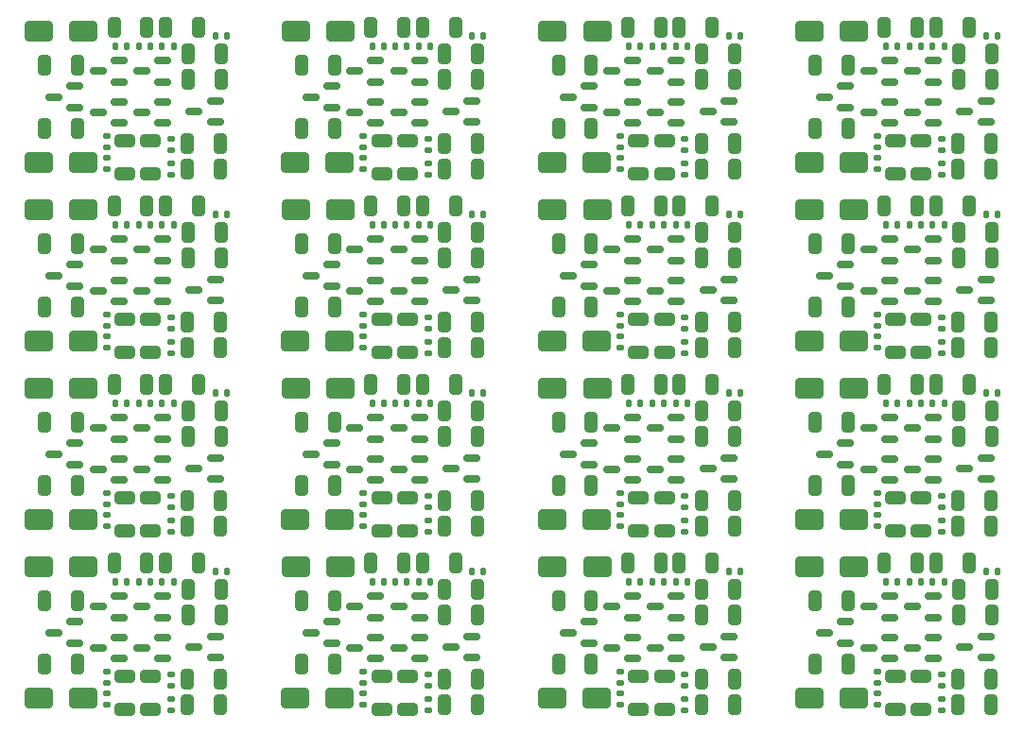
<source format=gtp>
%TF.GenerationSoftware,KiCad,Pcbnew,8.0.9-8.0.9-0~ubuntu24.04.1*%
%TF.CreationDate,2025-07-21T09:14:06-04:00*%
%TF.ProjectId,panel,70616e65-6c2e-46b6-9963-61645f706362,0.1.X*%
%TF.SameCoordinates,Original*%
%TF.FileFunction,Paste,Top*%
%TF.FilePolarity,Positive*%
%FSLAX46Y46*%
G04 Gerber Fmt 4.6, Leading zero omitted, Abs format (unit mm)*
G04 Created by KiCad (PCBNEW 8.0.9-8.0.9-0~ubuntu24.04.1) date 2025-07-21 09:14:06*
%MOMM*%
%LPD*%
G01*
G04 APERTURE LIST*
G04 Aperture macros list*
%AMRoundRect*
0 Rectangle with rounded corners*
0 $1 Rounding radius*
0 $2 $3 $4 $5 $6 $7 $8 $9 X,Y pos of 4 corners*
0 Add a 4 corners polygon primitive as box body*
4,1,4,$2,$3,$4,$5,$6,$7,$8,$9,$2,$3,0*
0 Add four circle primitives for the rounded corners*
1,1,$1+$1,$2,$3*
1,1,$1+$1,$4,$5*
1,1,$1+$1,$6,$7*
1,1,$1+$1,$8,$9*
0 Add four rect primitives between the rounded corners*
20,1,$1+$1,$2,$3,$4,$5,0*
20,1,$1+$1,$4,$5,$6,$7,0*
20,1,$1+$1,$6,$7,$8,$9,0*
20,1,$1+$1,$8,$9,$2,$3,0*%
G04 Aperture macros list end*
%ADD10RoundRect,0.250000X-0.325000X-0.650000X0.325000X-0.650000X0.325000X0.650000X-0.325000X0.650000X0*%
%ADD11RoundRect,0.135000X-0.135000X-0.185000X0.135000X-0.185000X0.135000X0.185000X-0.135000X0.185000X0*%
%ADD12RoundRect,0.150000X0.587500X0.150000X-0.587500X0.150000X-0.587500X-0.150000X0.587500X-0.150000X0*%
%ADD13RoundRect,0.250000X-0.650000X0.325000X-0.650000X-0.325000X0.650000X-0.325000X0.650000X0.325000X0*%
%ADD14RoundRect,0.250000X-1.000000X-0.650000X1.000000X-0.650000X1.000000X0.650000X-1.000000X0.650000X0*%
%ADD15RoundRect,0.135000X-0.185000X0.135000X-0.185000X-0.135000X0.185000X-0.135000X0.185000X0.135000X0*%
%ADD16RoundRect,0.250000X0.325000X0.650000X-0.325000X0.650000X-0.325000X-0.650000X0.325000X-0.650000X0*%
%ADD17RoundRect,0.135000X0.135000X0.185000X-0.135000X0.185000X-0.135000X-0.185000X0.135000X-0.185000X0*%
%ADD18RoundRect,0.135000X0.185000X-0.135000X0.185000X0.135000X-0.185000X0.135000X-0.185000X-0.135000X0*%
%ADD19RoundRect,0.250000X1.000000X0.650000X-1.000000X0.650000X-1.000000X-0.650000X1.000000X-0.650000X0*%
G04 APERTURE END LIST*
D10*
%TO.C,C11*%
X91175000Y-37450000D03*
X94125000Y-37450000D03*
%TD*%
D11*
%TO.C,R2*%
X65890000Y-42450000D03*
X66910000Y-42450000D03*
%TD*%
D12*
%TO.C,Q3*%
X39012500Y-49350000D03*
X39012500Y-47450000D03*
X37137500Y-48400000D03*
%TD*%
D13*
%TO.C,C13*%
X85540000Y-34925000D03*
X85540000Y-37875000D03*
%TD*%
D14*
%TO.C,D4*%
X8805000Y-52900000D03*
X12805000Y-52900000D03*
%TD*%
D13*
%TO.C,C14*%
X41850000Y-34925000D03*
X41850000Y-37875000D03*
%TD*%
D10*
%TO.C,C11*%
X45175000Y-53450000D03*
X48125000Y-53450000D03*
%TD*%
D12*
%TO.C,Q2*%
X65937500Y-45650000D03*
X65937500Y-43750000D03*
X64062500Y-44700000D03*
%TD*%
D13*
%TO.C,C14*%
X87850000Y-18925000D03*
X87850000Y-21875000D03*
%TD*%
D10*
%TO.C,C3*%
X91200000Y-11150000D03*
X94150000Y-11150000D03*
%TD*%
D15*
%TO.C,R10*%
X89700000Y-34740000D03*
X89700000Y-35760000D03*
%TD*%
D11*
%TO.C,R2*%
X65890000Y-10450000D03*
X66910000Y-10450000D03*
%TD*%
D12*
%TO.C,Q3*%
X39012500Y-17350000D03*
X39012500Y-15450000D03*
X37137500Y-16400000D03*
%TD*%
D15*
%TO.C,R10*%
X20700000Y-34740000D03*
X20700000Y-35760000D03*
%TD*%
%TO.C,R8*%
X14900000Y-34540000D03*
X14900000Y-35560000D03*
%TD*%
D16*
%TO.C,C4*%
X71150000Y-29450000D03*
X68200000Y-29450000D03*
%TD*%
D12*
%TO.C,Q4*%
X65937500Y-17350000D03*
X65937500Y-15450000D03*
X64062500Y-16400000D03*
%TD*%
D17*
%TO.C,R5*%
X71660000Y-9500000D03*
X70640000Y-9500000D03*
%TD*%
D18*
%TO.C,R7*%
X89700000Y-70010000D03*
X89700000Y-68990000D03*
%TD*%
D15*
%TO.C,R10*%
X43700000Y-66740000D03*
X43700000Y-67760000D03*
%TD*%
D13*
%TO.C,C14*%
X87850000Y-34925000D03*
X87850000Y-37875000D03*
%TD*%
D16*
%TO.C,C10*%
X94125000Y-35150000D03*
X91175000Y-35150000D03*
%TD*%
D10*
%TO.C,C11*%
X68175000Y-37450000D03*
X71125000Y-37450000D03*
%TD*%
D16*
%TO.C,C5*%
X81325000Y-28150000D03*
X78375000Y-28150000D03*
%TD*%
D17*
%TO.C,R5*%
X48660000Y-57500000D03*
X47640000Y-57500000D03*
%TD*%
D14*
%TO.C,D4*%
X54805000Y-20900000D03*
X58805000Y-20900000D03*
%TD*%
D10*
%TO.C,C11*%
X22175000Y-53450000D03*
X25125000Y-53450000D03*
%TD*%
D12*
%TO.C,Q3*%
X16012500Y-65350000D03*
X16012500Y-63450000D03*
X14137500Y-64400000D03*
%TD*%
D16*
%TO.C,C5*%
X81325000Y-12150000D03*
X78375000Y-12150000D03*
%TD*%
D13*
%TO.C,C14*%
X18850000Y-34925000D03*
X18850000Y-37875000D03*
%TD*%
D12*
%TO.C,D3*%
X47637500Y-33250000D03*
X47637500Y-31350000D03*
X45762500Y-32300000D03*
%TD*%
D15*
%TO.C,R9*%
X37900000Y-68440000D03*
X37900000Y-69460000D03*
%TD*%
D16*
%TO.C,C12*%
X35325000Y-49850000D03*
X32375000Y-49850000D03*
%TD*%
D13*
%TO.C,C13*%
X16540000Y-66925000D03*
X16540000Y-69875000D03*
%TD*%
D12*
%TO.C,Q1*%
X16012500Y-13650000D03*
X16012500Y-11750000D03*
X14137500Y-12700000D03*
%TD*%
D13*
%TO.C,C13*%
X16540000Y-34925000D03*
X16540000Y-37875000D03*
%TD*%
D10*
%TO.C,C3*%
X45200000Y-43150000D03*
X48150000Y-43150000D03*
%TD*%
D12*
%TO.C,Q2*%
X88937500Y-45650000D03*
X88937500Y-43750000D03*
X87062500Y-44700000D03*
%TD*%
D16*
%TO.C,C6*%
X41525000Y-8800000D03*
X38575000Y-8800000D03*
%TD*%
%TO.C,C5*%
X58325000Y-44150000D03*
X55375000Y-44150000D03*
%TD*%
%TO.C,C6*%
X87525000Y-8800000D03*
X84575000Y-8800000D03*
%TD*%
D15*
%TO.C,R9*%
X14900000Y-20440000D03*
X14900000Y-21460000D03*
%TD*%
%TO.C,R9*%
X37900000Y-20440000D03*
X37900000Y-21460000D03*
%TD*%
D10*
%TO.C,C3*%
X68200000Y-27150000D03*
X71150000Y-27150000D03*
%TD*%
%TO.C,C11*%
X68175000Y-53450000D03*
X71125000Y-53450000D03*
%TD*%
D11*
%TO.C,R3*%
X61690000Y-42450000D03*
X62710000Y-42450000D03*
%TD*%
D15*
%TO.C,R10*%
X66700000Y-18740000D03*
X66700000Y-19760000D03*
%TD*%
D12*
%TO.C,Q1*%
X39012500Y-45650000D03*
X39012500Y-43750000D03*
X37137500Y-44700000D03*
%TD*%
D11*
%TO.C,R2*%
X88890000Y-58450000D03*
X89910000Y-58450000D03*
%TD*%
D16*
%TO.C,C5*%
X12325000Y-12150000D03*
X9375000Y-12150000D03*
%TD*%
D13*
%TO.C,C14*%
X64850000Y-34925000D03*
X64850000Y-37875000D03*
%TD*%
D19*
%TO.C,D1*%
X35850000Y-41100000D03*
X31850000Y-41100000D03*
%TD*%
D16*
%TO.C,C4*%
X71150000Y-45450000D03*
X68200000Y-45450000D03*
%TD*%
D12*
%TO.C,Q3*%
X16012500Y-33350000D03*
X16012500Y-31450000D03*
X14137500Y-32400000D03*
%TD*%
%TO.C,D3*%
X70637500Y-17250000D03*
X70637500Y-15350000D03*
X68762500Y-16300000D03*
%TD*%
%TO.C,D2*%
X35087500Y-15950000D03*
X35087500Y-14050000D03*
X33212500Y-15000000D03*
%TD*%
%TO.C,Q4*%
X88937500Y-49350000D03*
X88937500Y-47450000D03*
X87062500Y-48400000D03*
%TD*%
D10*
%TO.C,C3*%
X68200000Y-59150000D03*
X71150000Y-59150000D03*
%TD*%
D11*
%TO.C,R3*%
X61690000Y-26450000D03*
X62710000Y-26450000D03*
%TD*%
D10*
%TO.C,C3*%
X22200000Y-27150000D03*
X25150000Y-27150000D03*
%TD*%
D15*
%TO.C,R8*%
X37900000Y-66540000D03*
X37900000Y-67560000D03*
%TD*%
D19*
%TO.C,D1*%
X12850000Y-9100000D03*
X8850000Y-9100000D03*
%TD*%
D10*
%TO.C,C11*%
X68175000Y-21450000D03*
X71125000Y-21450000D03*
%TD*%
D18*
%TO.C,R7*%
X43700000Y-70010000D03*
X43700000Y-68990000D03*
%TD*%
D11*
%TO.C,R3*%
X84690000Y-26450000D03*
X85710000Y-26450000D03*
%TD*%
%TO.C,R4*%
X63790000Y-42450000D03*
X64810000Y-42450000D03*
%TD*%
D12*
%TO.C,D3*%
X93637500Y-65250000D03*
X93637500Y-63350000D03*
X91762500Y-64300000D03*
%TD*%
D14*
%TO.C,D4*%
X31805000Y-36900000D03*
X35805000Y-36900000D03*
%TD*%
D18*
%TO.C,R7*%
X89700000Y-22010000D03*
X89700000Y-20990000D03*
%TD*%
D10*
%TO.C,C3*%
X45200000Y-27150000D03*
X48150000Y-27150000D03*
%TD*%
D12*
%TO.C,Q2*%
X19937500Y-29650000D03*
X19937500Y-27750000D03*
X18062500Y-28700000D03*
%TD*%
D14*
%TO.C,D4*%
X54805000Y-36900000D03*
X58805000Y-36900000D03*
%TD*%
D12*
%TO.C,Q4*%
X65937500Y-65350000D03*
X65937500Y-63450000D03*
X64062500Y-64400000D03*
%TD*%
D13*
%TO.C,C13*%
X39540000Y-50925000D03*
X39540000Y-53875000D03*
%TD*%
D11*
%TO.C,R4*%
X63790000Y-10450000D03*
X64810000Y-10450000D03*
%TD*%
D12*
%TO.C,Q4*%
X42937500Y-17350000D03*
X42937500Y-15450000D03*
X41062500Y-16400000D03*
%TD*%
D15*
%TO.C,R8*%
X60900000Y-66540000D03*
X60900000Y-67560000D03*
%TD*%
D10*
%TO.C,C7*%
X89200000Y-24800000D03*
X92150000Y-24800000D03*
%TD*%
D16*
%TO.C,C4*%
X71150000Y-13450000D03*
X68200000Y-13450000D03*
%TD*%
%TO.C,C6*%
X64525000Y-56800000D03*
X61575000Y-56800000D03*
%TD*%
D11*
%TO.C,R3*%
X15690000Y-10450000D03*
X16710000Y-10450000D03*
%TD*%
D12*
%TO.C,Q3*%
X85012500Y-33350000D03*
X85012500Y-31450000D03*
X83137500Y-32400000D03*
%TD*%
D15*
%TO.C,R10*%
X20700000Y-18740000D03*
X20700000Y-19760000D03*
%TD*%
%TO.C,R9*%
X37900000Y-36440000D03*
X37900000Y-37460000D03*
%TD*%
D16*
%TO.C,C5*%
X35325000Y-60150000D03*
X32375000Y-60150000D03*
%TD*%
D12*
%TO.C,Q3*%
X39012500Y-33350000D03*
X39012500Y-31450000D03*
X37137500Y-32400000D03*
%TD*%
D15*
%TO.C,R8*%
X37900000Y-34540000D03*
X37900000Y-35560000D03*
%TD*%
D14*
%TO.C,D4*%
X54805000Y-68900000D03*
X58805000Y-68900000D03*
%TD*%
D19*
%TO.C,D1*%
X58850000Y-41100000D03*
X54850000Y-41100000D03*
%TD*%
D16*
%TO.C,C4*%
X25150000Y-29450000D03*
X22200000Y-29450000D03*
%TD*%
%TO.C,C12*%
X12325000Y-17850000D03*
X9375000Y-17850000D03*
%TD*%
D10*
%TO.C,C7*%
X43200000Y-24800000D03*
X46150000Y-24800000D03*
%TD*%
D16*
%TO.C,C4*%
X48150000Y-29450000D03*
X45200000Y-29450000D03*
%TD*%
D12*
%TO.C,Q4*%
X19937500Y-49350000D03*
X19937500Y-47450000D03*
X18062500Y-48400000D03*
%TD*%
%TO.C,Q3*%
X39012500Y-65350000D03*
X39012500Y-63450000D03*
X37137500Y-64400000D03*
%TD*%
D11*
%TO.C,R2*%
X42890000Y-10450000D03*
X43910000Y-10450000D03*
%TD*%
D13*
%TO.C,C14*%
X41850000Y-18925000D03*
X41850000Y-21875000D03*
%TD*%
D11*
%TO.C,R4*%
X86790000Y-26450000D03*
X87810000Y-26450000D03*
%TD*%
D12*
%TO.C,D3*%
X70637500Y-33250000D03*
X70637500Y-31350000D03*
X68762500Y-32300000D03*
%TD*%
D16*
%TO.C,C10*%
X71125000Y-19150000D03*
X68175000Y-19150000D03*
%TD*%
D15*
%TO.C,R10*%
X20700000Y-50740000D03*
X20700000Y-51760000D03*
%TD*%
D10*
%TO.C,C7*%
X20200000Y-8800000D03*
X23150000Y-8800000D03*
%TD*%
D14*
%TO.C,D4*%
X77805000Y-20900000D03*
X81805000Y-20900000D03*
%TD*%
D10*
%TO.C,C11*%
X91175000Y-69450000D03*
X94125000Y-69450000D03*
%TD*%
D12*
%TO.C,D2*%
X58087500Y-31950000D03*
X58087500Y-30050000D03*
X56212500Y-31000000D03*
%TD*%
D16*
%TO.C,C6*%
X41525000Y-24800000D03*
X38575000Y-24800000D03*
%TD*%
D11*
%TO.C,R4*%
X40790000Y-58450000D03*
X41810000Y-58450000D03*
%TD*%
D12*
%TO.C,Q3*%
X16012500Y-17350000D03*
X16012500Y-15450000D03*
X14137500Y-16400000D03*
%TD*%
D11*
%TO.C,R4*%
X40790000Y-42450000D03*
X41810000Y-42450000D03*
%TD*%
D12*
%TO.C,D3*%
X24637500Y-17250000D03*
X24637500Y-15350000D03*
X22762500Y-16300000D03*
%TD*%
D15*
%TO.C,R8*%
X83900000Y-50540000D03*
X83900000Y-51560000D03*
%TD*%
D12*
%TO.C,D2*%
X81087500Y-63950000D03*
X81087500Y-62050000D03*
X79212500Y-63000000D03*
%TD*%
%TO.C,D2*%
X12087500Y-15950000D03*
X12087500Y-14050000D03*
X10212500Y-15000000D03*
%TD*%
D11*
%TO.C,R4*%
X63790000Y-58450000D03*
X64810000Y-58450000D03*
%TD*%
D12*
%TO.C,D3*%
X47637500Y-17250000D03*
X47637500Y-15350000D03*
X45762500Y-16300000D03*
%TD*%
D14*
%TO.C,D4*%
X8805000Y-20900000D03*
X12805000Y-20900000D03*
%TD*%
D13*
%TO.C,C13*%
X39540000Y-18925000D03*
X39540000Y-21875000D03*
%TD*%
D10*
%TO.C,C7*%
X89200000Y-8800000D03*
X92150000Y-8800000D03*
%TD*%
D16*
%TO.C,C4*%
X94150000Y-61450000D03*
X91200000Y-61450000D03*
%TD*%
D11*
%TO.C,R2*%
X88890000Y-10450000D03*
X89910000Y-10450000D03*
%TD*%
D13*
%TO.C,C14*%
X18850000Y-66925000D03*
X18850000Y-69875000D03*
%TD*%
D14*
%TO.C,D4*%
X31805000Y-52900000D03*
X35805000Y-52900000D03*
%TD*%
D16*
%TO.C,C4*%
X25150000Y-45450000D03*
X22200000Y-45450000D03*
%TD*%
D12*
%TO.C,D3*%
X93637500Y-33250000D03*
X93637500Y-31350000D03*
X91762500Y-32300000D03*
%TD*%
D11*
%TO.C,R4*%
X86790000Y-42450000D03*
X87810000Y-42450000D03*
%TD*%
D10*
%TO.C,C7*%
X89200000Y-56800000D03*
X92150000Y-56800000D03*
%TD*%
D12*
%TO.C,Q1*%
X85012500Y-61650000D03*
X85012500Y-59750000D03*
X83137500Y-60700000D03*
%TD*%
D19*
%TO.C,D1*%
X81850000Y-41100000D03*
X77850000Y-41100000D03*
%TD*%
%TO.C,D1*%
X58850000Y-25100000D03*
X54850000Y-25100000D03*
%TD*%
D14*
%TO.C,D4*%
X31805000Y-68900000D03*
X35805000Y-68900000D03*
%TD*%
D11*
%TO.C,R3*%
X38690000Y-26450000D03*
X39710000Y-26450000D03*
%TD*%
D10*
%TO.C,C7*%
X43200000Y-56800000D03*
X46150000Y-56800000D03*
%TD*%
D12*
%TO.C,Q2*%
X65937500Y-61650000D03*
X65937500Y-59750000D03*
X64062500Y-60700000D03*
%TD*%
%TO.C,Q1*%
X16012500Y-45650000D03*
X16012500Y-43750000D03*
X14137500Y-44700000D03*
%TD*%
D10*
%TO.C,C3*%
X22200000Y-43150000D03*
X25150000Y-43150000D03*
%TD*%
D12*
%TO.C,D2*%
X81087500Y-47950000D03*
X81087500Y-46050000D03*
X79212500Y-47000000D03*
%TD*%
D16*
%TO.C,C10*%
X25125000Y-19150000D03*
X22175000Y-19150000D03*
%TD*%
D19*
%TO.C,D1*%
X35850000Y-57100000D03*
X31850000Y-57100000D03*
%TD*%
D15*
%TO.C,R8*%
X14900000Y-66540000D03*
X14900000Y-67560000D03*
%TD*%
D16*
%TO.C,C5*%
X35325000Y-12150000D03*
X32375000Y-12150000D03*
%TD*%
D10*
%TO.C,C7*%
X66200000Y-56800000D03*
X69150000Y-56800000D03*
%TD*%
D12*
%TO.C,D2*%
X12087500Y-63950000D03*
X12087500Y-62050000D03*
X10212500Y-63000000D03*
%TD*%
D16*
%TO.C,C10*%
X94125000Y-19150000D03*
X91175000Y-19150000D03*
%TD*%
D15*
%TO.C,R8*%
X60900000Y-50540000D03*
X60900000Y-51560000D03*
%TD*%
%TO.C,R8*%
X14900000Y-50540000D03*
X14900000Y-51560000D03*
%TD*%
D12*
%TO.C,D2*%
X35087500Y-63950000D03*
X35087500Y-62050000D03*
X33212500Y-63000000D03*
%TD*%
D13*
%TO.C,C13*%
X62540000Y-66925000D03*
X62540000Y-69875000D03*
%TD*%
D12*
%TO.C,Q4*%
X65937500Y-49350000D03*
X65937500Y-47450000D03*
X64062500Y-48400000D03*
%TD*%
D14*
%TO.C,D4*%
X77805000Y-36900000D03*
X81805000Y-36900000D03*
%TD*%
D16*
%TO.C,C5*%
X12325000Y-44150000D03*
X9375000Y-44150000D03*
%TD*%
D12*
%TO.C,Q2*%
X88937500Y-29650000D03*
X88937500Y-27750000D03*
X87062500Y-28700000D03*
%TD*%
D15*
%TO.C,R8*%
X83900000Y-18540000D03*
X83900000Y-19560000D03*
%TD*%
%TO.C,R10*%
X43700000Y-34740000D03*
X43700000Y-35760000D03*
%TD*%
D13*
%TO.C,C13*%
X85540000Y-18925000D03*
X85540000Y-21875000D03*
%TD*%
D11*
%TO.C,R2*%
X42890000Y-26450000D03*
X43910000Y-26450000D03*
%TD*%
D17*
%TO.C,R5*%
X48660000Y-9500000D03*
X47640000Y-9500000D03*
%TD*%
D11*
%TO.C,R3*%
X38690000Y-42450000D03*
X39710000Y-42450000D03*
%TD*%
D12*
%TO.C,Q2*%
X42937500Y-13650000D03*
X42937500Y-11750000D03*
X41062500Y-12700000D03*
%TD*%
%TO.C,Q3*%
X62012500Y-49350000D03*
X62012500Y-47450000D03*
X60137500Y-48400000D03*
%TD*%
%TO.C,Q4*%
X88937500Y-65350000D03*
X88937500Y-63450000D03*
X87062500Y-64400000D03*
%TD*%
D11*
%TO.C,R2*%
X88890000Y-26450000D03*
X89910000Y-26450000D03*
%TD*%
D19*
%TO.C,D1*%
X12850000Y-57100000D03*
X8850000Y-57100000D03*
%TD*%
D15*
%TO.C,R10*%
X89700000Y-18740000D03*
X89700000Y-19760000D03*
%TD*%
D19*
%TO.C,D1*%
X58850000Y-57100000D03*
X54850000Y-57100000D03*
%TD*%
D16*
%TO.C,C6*%
X41525000Y-56800000D03*
X38575000Y-56800000D03*
%TD*%
%TO.C,C4*%
X48150000Y-13450000D03*
X45200000Y-13450000D03*
%TD*%
D11*
%TO.C,R3*%
X15690000Y-42450000D03*
X16710000Y-42450000D03*
%TD*%
%TO.C,R4*%
X86790000Y-10450000D03*
X87810000Y-10450000D03*
%TD*%
%TO.C,R2*%
X19890000Y-10450000D03*
X20910000Y-10450000D03*
%TD*%
D16*
%TO.C,C5*%
X58325000Y-12150000D03*
X55375000Y-12150000D03*
%TD*%
D15*
%TO.C,R10*%
X66700000Y-34740000D03*
X66700000Y-35760000D03*
%TD*%
D12*
%TO.C,Q1*%
X62012500Y-45650000D03*
X62012500Y-43750000D03*
X60137500Y-44700000D03*
%TD*%
D15*
%TO.C,R8*%
X37900000Y-18540000D03*
X37900000Y-19560000D03*
%TD*%
D12*
%TO.C,Q4*%
X19937500Y-65350000D03*
X19937500Y-63450000D03*
X18062500Y-64400000D03*
%TD*%
D13*
%TO.C,C14*%
X64850000Y-66925000D03*
X64850000Y-69875000D03*
%TD*%
D15*
%TO.C,R10*%
X43700000Y-50740000D03*
X43700000Y-51760000D03*
%TD*%
D16*
%TO.C,C10*%
X71125000Y-67150000D03*
X68175000Y-67150000D03*
%TD*%
D19*
%TO.C,D1*%
X81850000Y-57100000D03*
X77850000Y-57100000D03*
%TD*%
D12*
%TO.C,D2*%
X58087500Y-63950000D03*
X58087500Y-62050000D03*
X56212500Y-63000000D03*
%TD*%
%TO.C,Q1*%
X85012500Y-45650000D03*
X85012500Y-43750000D03*
X83137500Y-44700000D03*
%TD*%
D15*
%TO.C,R10*%
X20700000Y-66740000D03*
X20700000Y-67760000D03*
%TD*%
D17*
%TO.C,R5*%
X25660000Y-9500000D03*
X24640000Y-9500000D03*
%TD*%
D16*
%TO.C,C6*%
X18525000Y-8800000D03*
X15575000Y-8800000D03*
%TD*%
D10*
%TO.C,C7*%
X43200000Y-40800000D03*
X46150000Y-40800000D03*
%TD*%
D16*
%TO.C,C6*%
X87525000Y-56800000D03*
X84575000Y-56800000D03*
%TD*%
D15*
%TO.C,R9*%
X83900000Y-52440000D03*
X83900000Y-53460000D03*
%TD*%
D18*
%TO.C,R7*%
X66700000Y-38010000D03*
X66700000Y-36990000D03*
%TD*%
D12*
%TO.C,Q3*%
X85012500Y-65350000D03*
X85012500Y-63450000D03*
X83137500Y-64400000D03*
%TD*%
D16*
%TO.C,C12*%
X12325000Y-65850000D03*
X9375000Y-65850000D03*
%TD*%
D14*
%TO.C,D4*%
X77805000Y-68900000D03*
X81805000Y-68900000D03*
%TD*%
D16*
%TO.C,C10*%
X71125000Y-35150000D03*
X68175000Y-35150000D03*
%TD*%
D11*
%TO.C,R3*%
X15690000Y-58450000D03*
X16710000Y-58450000D03*
%TD*%
D15*
%TO.C,R9*%
X83900000Y-36440000D03*
X83900000Y-37460000D03*
%TD*%
D19*
%TO.C,D1*%
X81850000Y-9100000D03*
X77850000Y-9100000D03*
%TD*%
D13*
%TO.C,C13*%
X39540000Y-66925000D03*
X39540000Y-69875000D03*
%TD*%
D15*
%TO.C,R8*%
X60900000Y-34540000D03*
X60900000Y-35560000D03*
%TD*%
D13*
%TO.C,C14*%
X64850000Y-18925000D03*
X64850000Y-21875000D03*
%TD*%
D12*
%TO.C,Q2*%
X19937500Y-61650000D03*
X19937500Y-59750000D03*
X18062500Y-60700000D03*
%TD*%
D10*
%TO.C,C3*%
X68200000Y-11150000D03*
X71150000Y-11150000D03*
%TD*%
D18*
%TO.C,R7*%
X66700000Y-70010000D03*
X66700000Y-68990000D03*
%TD*%
%TO.C,R7*%
X89700000Y-54010000D03*
X89700000Y-52990000D03*
%TD*%
D16*
%TO.C,C10*%
X71125000Y-51150000D03*
X68175000Y-51150000D03*
%TD*%
D10*
%TO.C,C3*%
X45200000Y-11150000D03*
X48150000Y-11150000D03*
%TD*%
D18*
%TO.C,R7*%
X66700000Y-22010000D03*
X66700000Y-20990000D03*
%TD*%
D16*
%TO.C,C12*%
X81325000Y-33850000D03*
X78375000Y-33850000D03*
%TD*%
D17*
%TO.C,R5*%
X71660000Y-57500000D03*
X70640000Y-57500000D03*
%TD*%
D12*
%TO.C,Q4*%
X88937500Y-17350000D03*
X88937500Y-15450000D03*
X87062500Y-16400000D03*
%TD*%
D16*
%TO.C,C10*%
X94125000Y-51150000D03*
X91175000Y-51150000D03*
%TD*%
D12*
%TO.C,Q3*%
X16012500Y-49350000D03*
X16012500Y-47450000D03*
X14137500Y-48400000D03*
%TD*%
D16*
%TO.C,C4*%
X25150000Y-61450000D03*
X22200000Y-61450000D03*
%TD*%
%TO.C,C12*%
X12325000Y-49850000D03*
X9375000Y-49850000D03*
%TD*%
D12*
%TO.C,Q2*%
X65937500Y-13650000D03*
X65937500Y-11750000D03*
X64062500Y-12700000D03*
%TD*%
%TO.C,Q4*%
X19937500Y-33350000D03*
X19937500Y-31450000D03*
X18062500Y-32400000D03*
%TD*%
D18*
%TO.C,R7*%
X20700000Y-54010000D03*
X20700000Y-52990000D03*
%TD*%
D16*
%TO.C,C4*%
X71150000Y-61450000D03*
X68200000Y-61450000D03*
%TD*%
%TO.C,C12*%
X35325000Y-17850000D03*
X32375000Y-17850000D03*
%TD*%
D10*
%TO.C,C7*%
X66200000Y-40800000D03*
X69150000Y-40800000D03*
%TD*%
D16*
%TO.C,C4*%
X94150000Y-29450000D03*
X91200000Y-29450000D03*
%TD*%
D11*
%TO.C,R2*%
X88890000Y-42450000D03*
X89910000Y-42450000D03*
%TD*%
%TO.C,R4*%
X17790000Y-42450000D03*
X18810000Y-42450000D03*
%TD*%
D12*
%TO.C,D2*%
X58087500Y-15950000D03*
X58087500Y-14050000D03*
X56212500Y-15000000D03*
%TD*%
%TO.C,Q4*%
X42937500Y-33350000D03*
X42937500Y-31450000D03*
X41062500Y-32400000D03*
%TD*%
D15*
%TO.C,R10*%
X66700000Y-66740000D03*
X66700000Y-67760000D03*
%TD*%
D18*
%TO.C,R7*%
X89700000Y-38010000D03*
X89700000Y-36990000D03*
%TD*%
D11*
%TO.C,R2*%
X42890000Y-42450000D03*
X43910000Y-42450000D03*
%TD*%
D12*
%TO.C,Q1*%
X39012500Y-29650000D03*
X39012500Y-27750000D03*
X37137500Y-28700000D03*
%TD*%
D11*
%TO.C,R3*%
X15690000Y-26450000D03*
X16710000Y-26450000D03*
%TD*%
D12*
%TO.C,Q4*%
X42937500Y-49350000D03*
X42937500Y-47450000D03*
X41062500Y-48400000D03*
%TD*%
D17*
%TO.C,R5*%
X94660000Y-57500000D03*
X93640000Y-57500000D03*
%TD*%
D16*
%TO.C,C12*%
X81325000Y-49850000D03*
X78375000Y-49850000D03*
%TD*%
%TO.C,C6*%
X64525000Y-8800000D03*
X61575000Y-8800000D03*
%TD*%
D15*
%TO.C,R10*%
X66700000Y-50740000D03*
X66700000Y-51760000D03*
%TD*%
D16*
%TO.C,C10*%
X48125000Y-67150000D03*
X45175000Y-67150000D03*
%TD*%
D10*
%TO.C,C7*%
X43200000Y-8800000D03*
X46150000Y-8800000D03*
%TD*%
D16*
%TO.C,C12*%
X58325000Y-49850000D03*
X55375000Y-49850000D03*
%TD*%
D18*
%TO.C,R7*%
X20700000Y-22010000D03*
X20700000Y-20990000D03*
%TD*%
D16*
%TO.C,C10*%
X48125000Y-35150000D03*
X45175000Y-35150000D03*
%TD*%
D15*
%TO.C,R9*%
X60900000Y-52440000D03*
X60900000Y-53460000D03*
%TD*%
%TO.C,R9*%
X60900000Y-68440000D03*
X60900000Y-69460000D03*
%TD*%
D16*
%TO.C,C5*%
X35325000Y-44150000D03*
X32375000Y-44150000D03*
%TD*%
D17*
%TO.C,R5*%
X48660000Y-25500000D03*
X47640000Y-25500000D03*
%TD*%
D10*
%TO.C,C11*%
X22175000Y-21450000D03*
X25125000Y-21450000D03*
%TD*%
D16*
%TO.C,C10*%
X25125000Y-67150000D03*
X22175000Y-67150000D03*
%TD*%
D12*
%TO.C,Q3*%
X62012500Y-17350000D03*
X62012500Y-15450000D03*
X60137500Y-16400000D03*
%TD*%
%TO.C,D2*%
X58087500Y-47950000D03*
X58087500Y-46050000D03*
X56212500Y-47000000D03*
%TD*%
D15*
%TO.C,R8*%
X14900000Y-18540000D03*
X14900000Y-19560000D03*
%TD*%
D16*
%TO.C,C12*%
X81325000Y-65850000D03*
X78375000Y-65850000D03*
%TD*%
D12*
%TO.C,Q1*%
X39012500Y-61650000D03*
X39012500Y-59750000D03*
X37137500Y-60700000D03*
%TD*%
D10*
%TO.C,C11*%
X91175000Y-21450000D03*
X94125000Y-21450000D03*
%TD*%
D16*
%TO.C,C5*%
X12325000Y-60150000D03*
X9375000Y-60150000D03*
%TD*%
D19*
%TO.C,D1*%
X35850000Y-9100000D03*
X31850000Y-9100000D03*
%TD*%
D12*
%TO.C,Q1*%
X85012500Y-13650000D03*
X85012500Y-11750000D03*
X83137500Y-12700000D03*
%TD*%
%TO.C,D2*%
X35087500Y-31950000D03*
X35087500Y-30050000D03*
X33212500Y-31000000D03*
%TD*%
D16*
%TO.C,C5*%
X58325000Y-28150000D03*
X55375000Y-28150000D03*
%TD*%
D15*
%TO.C,R9*%
X83900000Y-20440000D03*
X83900000Y-21460000D03*
%TD*%
D13*
%TO.C,C14*%
X41850000Y-66925000D03*
X41850000Y-69875000D03*
%TD*%
D15*
%TO.C,R9*%
X83900000Y-68440000D03*
X83900000Y-69460000D03*
%TD*%
D10*
%TO.C,C11*%
X68175000Y-69450000D03*
X71125000Y-69450000D03*
%TD*%
D12*
%TO.C,D2*%
X35087500Y-47950000D03*
X35087500Y-46050000D03*
X33212500Y-47000000D03*
%TD*%
%TO.C,D2*%
X12087500Y-47950000D03*
X12087500Y-46050000D03*
X10212500Y-47000000D03*
%TD*%
D11*
%TO.C,R3*%
X38690000Y-58450000D03*
X39710000Y-58450000D03*
%TD*%
%TO.C,R2*%
X19890000Y-26450000D03*
X20910000Y-26450000D03*
%TD*%
D10*
%TO.C,C11*%
X22175000Y-69450000D03*
X25125000Y-69450000D03*
%TD*%
D19*
%TO.C,D1*%
X35850000Y-25100000D03*
X31850000Y-25100000D03*
%TD*%
D17*
%TO.C,R5*%
X25660000Y-25500000D03*
X24640000Y-25500000D03*
%TD*%
D16*
%TO.C,C12*%
X81325000Y-17850000D03*
X78375000Y-17850000D03*
%TD*%
D10*
%TO.C,C3*%
X91200000Y-27150000D03*
X94150000Y-27150000D03*
%TD*%
D15*
%TO.C,R9*%
X14900000Y-68440000D03*
X14900000Y-69460000D03*
%TD*%
D14*
%TO.C,D4*%
X8805000Y-36900000D03*
X12805000Y-36900000D03*
%TD*%
D11*
%TO.C,R2*%
X42890000Y-58450000D03*
X43910000Y-58450000D03*
%TD*%
D16*
%TO.C,C12*%
X12325000Y-33850000D03*
X9375000Y-33850000D03*
%TD*%
D12*
%TO.C,Q2*%
X19937500Y-45650000D03*
X19937500Y-43750000D03*
X18062500Y-44700000D03*
%TD*%
D11*
%TO.C,R4*%
X17790000Y-26450000D03*
X18810000Y-26450000D03*
%TD*%
D17*
%TO.C,R5*%
X71660000Y-41500000D03*
X70640000Y-41500000D03*
%TD*%
D15*
%TO.C,R8*%
X37900000Y-50540000D03*
X37900000Y-51560000D03*
%TD*%
D10*
%TO.C,C7*%
X20200000Y-56800000D03*
X23150000Y-56800000D03*
%TD*%
%TO.C,C11*%
X45175000Y-21450000D03*
X48125000Y-21450000D03*
%TD*%
%TO.C,C7*%
X20200000Y-40800000D03*
X23150000Y-40800000D03*
%TD*%
D13*
%TO.C,C14*%
X41850000Y-50925000D03*
X41850000Y-53875000D03*
%TD*%
D16*
%TO.C,C10*%
X25125000Y-51150000D03*
X22175000Y-51150000D03*
%TD*%
D14*
%TO.C,D4*%
X77805000Y-52900000D03*
X81805000Y-52900000D03*
%TD*%
D12*
%TO.C,Q1*%
X62012500Y-13650000D03*
X62012500Y-11750000D03*
X60137500Y-12700000D03*
%TD*%
D16*
%TO.C,C10*%
X25125000Y-35150000D03*
X22175000Y-35150000D03*
%TD*%
D12*
%TO.C,Q4*%
X88937500Y-33350000D03*
X88937500Y-31450000D03*
X87062500Y-32400000D03*
%TD*%
D15*
%TO.C,R9*%
X14900000Y-52440000D03*
X14900000Y-53460000D03*
%TD*%
D12*
%TO.C,Q2*%
X88937500Y-13650000D03*
X88937500Y-11750000D03*
X87062500Y-12700000D03*
%TD*%
D17*
%TO.C,R5*%
X48660000Y-41500000D03*
X47640000Y-41500000D03*
%TD*%
D15*
%TO.C,R10*%
X89700000Y-50740000D03*
X89700000Y-51760000D03*
%TD*%
D10*
%TO.C,C3*%
X45200000Y-59150000D03*
X48150000Y-59150000D03*
%TD*%
D13*
%TO.C,C13*%
X62540000Y-34925000D03*
X62540000Y-37875000D03*
%TD*%
D16*
%TO.C,C4*%
X48150000Y-45450000D03*
X45200000Y-45450000D03*
%TD*%
D12*
%TO.C,Q2*%
X65937500Y-29650000D03*
X65937500Y-27750000D03*
X64062500Y-28700000D03*
%TD*%
D11*
%TO.C,R4*%
X17790000Y-10450000D03*
X18810000Y-10450000D03*
%TD*%
%TO.C,R4*%
X17790000Y-58450000D03*
X18810000Y-58450000D03*
%TD*%
%TO.C,R4*%
X63790000Y-26450000D03*
X64810000Y-26450000D03*
%TD*%
D16*
%TO.C,C6*%
X64525000Y-24800000D03*
X61575000Y-24800000D03*
%TD*%
D12*
%TO.C,Q2*%
X88937500Y-61650000D03*
X88937500Y-59750000D03*
X87062500Y-60700000D03*
%TD*%
D10*
%TO.C,C7*%
X89200000Y-40800000D03*
X92150000Y-40800000D03*
%TD*%
D13*
%TO.C,C14*%
X64850000Y-50925000D03*
X64850000Y-53875000D03*
%TD*%
D16*
%TO.C,C4*%
X94150000Y-13450000D03*
X91200000Y-13450000D03*
%TD*%
%TO.C,C6*%
X18525000Y-40800000D03*
X15575000Y-40800000D03*
%TD*%
D12*
%TO.C,Q1*%
X62012500Y-61650000D03*
X62012500Y-59750000D03*
X60137500Y-60700000D03*
%TD*%
%TO.C,Q2*%
X19937500Y-13650000D03*
X19937500Y-11750000D03*
X18062500Y-12700000D03*
%TD*%
%TO.C,D3*%
X93637500Y-49250000D03*
X93637500Y-47350000D03*
X91762500Y-48300000D03*
%TD*%
D16*
%TO.C,C6*%
X64525000Y-40800000D03*
X61575000Y-40800000D03*
%TD*%
%TO.C,C6*%
X18525000Y-56800000D03*
X15575000Y-56800000D03*
%TD*%
D12*
%TO.C,D3*%
X70637500Y-49250000D03*
X70637500Y-47350000D03*
X68762500Y-48300000D03*
%TD*%
D10*
%TO.C,C11*%
X45175000Y-69450000D03*
X48125000Y-69450000D03*
%TD*%
D19*
%TO.C,D1*%
X81850000Y-25100000D03*
X77850000Y-25100000D03*
%TD*%
D16*
%TO.C,C6*%
X41525000Y-40800000D03*
X38575000Y-40800000D03*
%TD*%
%TO.C,C6*%
X87525000Y-40800000D03*
X84575000Y-40800000D03*
%TD*%
D12*
%TO.C,D2*%
X81087500Y-31950000D03*
X81087500Y-30050000D03*
X79212500Y-31000000D03*
%TD*%
D18*
%TO.C,R7*%
X66700000Y-54010000D03*
X66700000Y-52990000D03*
%TD*%
D15*
%TO.C,R10*%
X43700000Y-18740000D03*
X43700000Y-19760000D03*
%TD*%
D13*
%TO.C,C13*%
X16540000Y-50925000D03*
X16540000Y-53875000D03*
%TD*%
D14*
%TO.C,D4*%
X31805000Y-20900000D03*
X35805000Y-20900000D03*
%TD*%
D10*
%TO.C,C7*%
X66200000Y-8800000D03*
X69150000Y-8800000D03*
%TD*%
D12*
%TO.C,Q1*%
X16012500Y-29650000D03*
X16012500Y-27750000D03*
X14137500Y-28700000D03*
%TD*%
D11*
%TO.C,R2*%
X65890000Y-26450000D03*
X66910000Y-26450000D03*
%TD*%
D15*
%TO.C,R9*%
X60900000Y-20440000D03*
X60900000Y-21460000D03*
%TD*%
D19*
%TO.C,D1*%
X58850000Y-9100000D03*
X54850000Y-9100000D03*
%TD*%
%TO.C,D1*%
X12850000Y-25100000D03*
X8850000Y-25100000D03*
%TD*%
D14*
%TO.C,D4*%
X8805000Y-68900000D03*
X12805000Y-68900000D03*
%TD*%
D10*
%TO.C,C7*%
X20200000Y-24800000D03*
X23150000Y-24800000D03*
%TD*%
D12*
%TO.C,D3*%
X93637500Y-17250000D03*
X93637500Y-15350000D03*
X91762500Y-16300000D03*
%TD*%
D10*
%TO.C,C11*%
X22175000Y-37450000D03*
X25125000Y-37450000D03*
%TD*%
D13*
%TO.C,C13*%
X62540000Y-50925000D03*
X62540000Y-53875000D03*
%TD*%
D11*
%TO.C,R4*%
X40790000Y-26450000D03*
X41810000Y-26450000D03*
%TD*%
%TO.C,R3*%
X84690000Y-10450000D03*
X85710000Y-10450000D03*
%TD*%
D16*
%TO.C,C5*%
X12325000Y-28150000D03*
X9375000Y-28150000D03*
%TD*%
%TO.C,C5*%
X35325000Y-28150000D03*
X32375000Y-28150000D03*
%TD*%
D18*
%TO.C,R7*%
X43700000Y-54010000D03*
X43700000Y-52990000D03*
%TD*%
D15*
%TO.C,R9*%
X60900000Y-36440000D03*
X60900000Y-37460000D03*
%TD*%
D11*
%TO.C,R3*%
X84690000Y-58450000D03*
X85710000Y-58450000D03*
%TD*%
D16*
%TO.C,C4*%
X94150000Y-45450000D03*
X91200000Y-45450000D03*
%TD*%
D12*
%TO.C,D3*%
X47637500Y-49250000D03*
X47637500Y-47350000D03*
X45762500Y-48300000D03*
%TD*%
D16*
%TO.C,C12*%
X58325000Y-33850000D03*
X55375000Y-33850000D03*
%TD*%
D10*
%TO.C,C3*%
X22200000Y-11150000D03*
X25150000Y-11150000D03*
%TD*%
D16*
%TO.C,C12*%
X58325000Y-17850000D03*
X55375000Y-17850000D03*
%TD*%
D12*
%TO.C,Q4*%
X19937500Y-17350000D03*
X19937500Y-15450000D03*
X18062500Y-16400000D03*
%TD*%
%TO.C,D2*%
X12087500Y-31950000D03*
X12087500Y-30050000D03*
X10212500Y-31000000D03*
%TD*%
D17*
%TO.C,R5*%
X25660000Y-57500000D03*
X24640000Y-57500000D03*
%TD*%
D12*
%TO.C,D3*%
X47637500Y-65250000D03*
X47637500Y-63350000D03*
X45762500Y-64300000D03*
%TD*%
D15*
%TO.C,R10*%
X89700000Y-66740000D03*
X89700000Y-67760000D03*
%TD*%
D10*
%TO.C,C11*%
X91175000Y-53450000D03*
X94125000Y-53450000D03*
%TD*%
D16*
%TO.C,C10*%
X48125000Y-19150000D03*
X45175000Y-19150000D03*
%TD*%
D17*
%TO.C,R5*%
X94660000Y-41500000D03*
X93640000Y-41500000D03*
%TD*%
D11*
%TO.C,R3*%
X61690000Y-10450000D03*
X62710000Y-10450000D03*
%TD*%
D17*
%TO.C,R5*%
X94660000Y-9500000D03*
X93640000Y-9500000D03*
%TD*%
D13*
%TO.C,C13*%
X85540000Y-50925000D03*
X85540000Y-53875000D03*
%TD*%
D18*
%TO.C,R7*%
X20700000Y-38010000D03*
X20700000Y-36990000D03*
%TD*%
D16*
%TO.C,C6*%
X87525000Y-24800000D03*
X84575000Y-24800000D03*
%TD*%
D11*
%TO.C,R2*%
X65890000Y-58450000D03*
X66910000Y-58450000D03*
%TD*%
D12*
%TO.C,D3*%
X70637500Y-65250000D03*
X70637500Y-63350000D03*
X68762500Y-64300000D03*
%TD*%
D10*
%TO.C,C3*%
X91200000Y-59150000D03*
X94150000Y-59150000D03*
%TD*%
D11*
%TO.C,R3*%
X38690000Y-10450000D03*
X39710000Y-10450000D03*
%TD*%
D12*
%TO.C,Q4*%
X65937500Y-33350000D03*
X65937500Y-31450000D03*
X64062500Y-32400000D03*
%TD*%
D13*
%TO.C,C13*%
X39540000Y-34925000D03*
X39540000Y-37875000D03*
%TD*%
D12*
%TO.C,D3*%
X24637500Y-49250000D03*
X24637500Y-47350000D03*
X22762500Y-48300000D03*
%TD*%
%TO.C,Q1*%
X39012500Y-13650000D03*
X39012500Y-11750000D03*
X37137500Y-12700000D03*
%TD*%
D10*
%TO.C,C3*%
X91200000Y-43150000D03*
X94150000Y-43150000D03*
%TD*%
%TO.C,C3*%
X68200000Y-43150000D03*
X71150000Y-43150000D03*
%TD*%
D12*
%TO.C,Q2*%
X42937500Y-29650000D03*
X42937500Y-27750000D03*
X41062500Y-28700000D03*
%TD*%
D11*
%TO.C,R4*%
X86790000Y-58450000D03*
X87810000Y-58450000D03*
%TD*%
D16*
%TO.C,C5*%
X58325000Y-60150000D03*
X55375000Y-60150000D03*
%TD*%
D10*
%TO.C,C7*%
X66200000Y-24800000D03*
X69150000Y-24800000D03*
%TD*%
D13*
%TO.C,C14*%
X87850000Y-66925000D03*
X87850000Y-69875000D03*
%TD*%
D16*
%TO.C,C10*%
X48125000Y-51150000D03*
X45175000Y-51150000D03*
%TD*%
D11*
%TO.C,R4*%
X40790000Y-10450000D03*
X41810000Y-10450000D03*
%TD*%
D12*
%TO.C,D3*%
X24637500Y-65250000D03*
X24637500Y-63350000D03*
X22762500Y-64300000D03*
%TD*%
D16*
%TO.C,C5*%
X81325000Y-60150000D03*
X78375000Y-60150000D03*
%TD*%
D11*
%TO.C,R3*%
X61690000Y-58450000D03*
X62710000Y-58450000D03*
%TD*%
D13*
%TO.C,C13*%
X16540000Y-18925000D03*
X16540000Y-21875000D03*
%TD*%
%TO.C,C14*%
X18850000Y-18925000D03*
X18850000Y-21875000D03*
%TD*%
D10*
%TO.C,C3*%
X22200000Y-59150000D03*
X25150000Y-59150000D03*
%TD*%
D16*
%TO.C,C6*%
X18525000Y-24800000D03*
X15575000Y-24800000D03*
%TD*%
%TO.C,C12*%
X35325000Y-65850000D03*
X32375000Y-65850000D03*
%TD*%
D12*
%TO.C,Q3*%
X85012500Y-49350000D03*
X85012500Y-47450000D03*
X83137500Y-48400000D03*
%TD*%
D16*
%TO.C,C4*%
X25150000Y-13450000D03*
X22200000Y-13450000D03*
%TD*%
D17*
%TO.C,R5*%
X71660000Y-25500000D03*
X70640000Y-25500000D03*
%TD*%
D12*
%TO.C,D2*%
X81087500Y-15950000D03*
X81087500Y-14050000D03*
X79212500Y-15000000D03*
%TD*%
%TO.C,Q1*%
X62012500Y-29650000D03*
X62012500Y-27750000D03*
X60137500Y-28700000D03*
%TD*%
%TO.C,Q2*%
X42937500Y-61650000D03*
X42937500Y-59750000D03*
X41062500Y-60700000D03*
%TD*%
D16*
%TO.C,C5*%
X81325000Y-44150000D03*
X78375000Y-44150000D03*
%TD*%
D15*
%TO.C,R9*%
X37900000Y-52440000D03*
X37900000Y-53460000D03*
%TD*%
D12*
%TO.C,Q4*%
X42937500Y-65350000D03*
X42937500Y-63450000D03*
X41062500Y-64400000D03*
%TD*%
D16*
%TO.C,C10*%
X94125000Y-67150000D03*
X91175000Y-67150000D03*
%TD*%
D12*
%TO.C,Q1*%
X16012500Y-61650000D03*
X16012500Y-59750000D03*
X14137500Y-60700000D03*
%TD*%
D15*
%TO.C,R8*%
X83900000Y-66540000D03*
X83900000Y-67560000D03*
%TD*%
D13*
%TO.C,C14*%
X87850000Y-50925000D03*
X87850000Y-53875000D03*
%TD*%
D16*
%TO.C,C12*%
X58325000Y-65850000D03*
X55375000Y-65850000D03*
%TD*%
D15*
%TO.C,R9*%
X14900000Y-36440000D03*
X14900000Y-37460000D03*
%TD*%
D16*
%TO.C,C4*%
X48150000Y-61450000D03*
X45200000Y-61450000D03*
%TD*%
%TO.C,C12*%
X35325000Y-33850000D03*
X32375000Y-33850000D03*
%TD*%
D12*
%TO.C,D3*%
X24637500Y-33250000D03*
X24637500Y-31350000D03*
X22762500Y-32300000D03*
%TD*%
D11*
%TO.C,R3*%
X84690000Y-42450000D03*
X85710000Y-42450000D03*
%TD*%
D17*
%TO.C,R5*%
X94660000Y-25500000D03*
X93640000Y-25500000D03*
%TD*%
D12*
%TO.C,Q2*%
X42937500Y-45650000D03*
X42937500Y-43750000D03*
X41062500Y-44700000D03*
%TD*%
D13*
%TO.C,C13*%
X62540000Y-18925000D03*
X62540000Y-21875000D03*
%TD*%
D11*
%TO.C,R2*%
X19890000Y-42450000D03*
X20910000Y-42450000D03*
%TD*%
D15*
%TO.C,R8*%
X83900000Y-34540000D03*
X83900000Y-35560000D03*
%TD*%
D12*
%TO.C,Q3*%
X62012500Y-33350000D03*
X62012500Y-31450000D03*
X60137500Y-32400000D03*
%TD*%
%TO.C,Q3*%
X85012500Y-17350000D03*
X85012500Y-15450000D03*
X83137500Y-16400000D03*
%TD*%
D19*
%TO.C,D1*%
X12850000Y-41100000D03*
X8850000Y-41100000D03*
%TD*%
D18*
%TO.C,R7*%
X43700000Y-38010000D03*
X43700000Y-36990000D03*
%TD*%
D13*
%TO.C,C13*%
X85540000Y-66925000D03*
X85540000Y-69875000D03*
%TD*%
D11*
%TO.C,R2*%
X19890000Y-58450000D03*
X20910000Y-58450000D03*
%TD*%
D18*
%TO.C,R7*%
X20700000Y-70010000D03*
X20700000Y-68990000D03*
%TD*%
D12*
%TO.C,Q3*%
X62012500Y-65350000D03*
X62012500Y-63450000D03*
X60137500Y-64400000D03*
%TD*%
D18*
%TO.C,R7*%
X43700000Y-22010000D03*
X43700000Y-20990000D03*
%TD*%
D15*
%TO.C,R8*%
X60900000Y-18540000D03*
X60900000Y-19560000D03*
%TD*%
D12*
%TO.C,Q1*%
X85012500Y-29650000D03*
X85012500Y-27750000D03*
X83137500Y-28700000D03*
%TD*%
D14*
%TO.C,D4*%
X54805000Y-52900000D03*
X58805000Y-52900000D03*
%TD*%
D17*
%TO.C,R5*%
X25660000Y-41500000D03*
X24640000Y-41500000D03*
%TD*%
D13*
%TO.C,C14*%
X18850000Y-50925000D03*
X18850000Y-53875000D03*
%TD*%
D10*
%TO.C,C11*%
X45175000Y-37450000D03*
X48125000Y-37450000D03*
%TD*%
M02*

</source>
